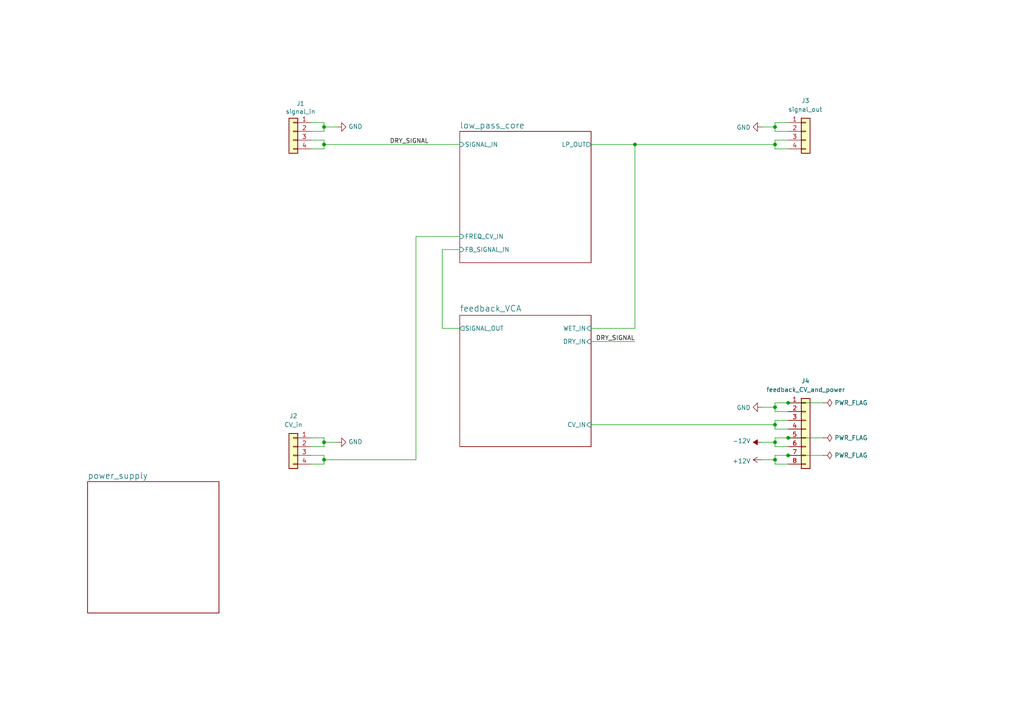
<source format=kicad_sch>
(kicad_sch (version 20211123) (generator eeschema)
  (paper "A4")
  (title_block (title "minimoog LPF") (date "2022-07-19") (rev "0.1") (comment 1 "creativecommons.org/licenses/by/4.0/") (comment 2 "License: CC by 4.0") (comment 3 "Author: Jordan Aceto"))
  (lib_symbols
    (symbol "Connector_Generic:Conn_01x04" (pin_names (offset 1.016) hide)
      (property "Reference" "J" (at 0 5.08 0))
      (property "Value" "Conn_01x04" (at 0 -7.62 0))
      (symbol "Conn_01x04_1_1"
        (rectangle (start -1.27 -4.953) (end 0 -5.207) (stroke (width 0.1524)))
        (rectangle (start -1.27 -2.413) (end 0 -2.667) (stroke (width 0.1524)))
        (rectangle (start -1.27 0.127) (end 0 -0.127) (stroke (width 0.1524)))
        (rectangle (start -1.27 2.667) (end 0 2.413) (stroke (width 0.1524)))
        (rectangle (start -1.27 3.81) (end 1.27 -6.35) (stroke (width 0.254)) (fill (type background)))
        (pin passive line (at -5.08 2.54 0) (length 3.81) (name "Pin_1") (number "1"))
        (pin passive line (at -5.08 0 0) (length 3.81) (name "Pin_2") (number "2"))
        (pin passive line (at -5.08 -2.54 0) (length 3.81) (name "Pin_3") (number "3"))
        (pin passive line (at -5.08 -5.08 0) (length 3.81) (name "Pin_4") (number "4"))
      )
    )
    (symbol "Connector_Generic:Conn_01x08" (pin_names (offset 1.016) hide)
      (property "Reference" "J" (at 0 10.16 0))
      (property "Value" "Conn_01x08" (at 0 -12.7 0))
      (symbol "Conn_01x08_1_1"
        (rectangle (start -1.27 -10.033) (end 0 -10.287) (stroke (width 0.1524)))
        (rectangle (start -1.27 -7.493) (end 0 -7.747) (stroke (width 0.1524)))
        (rectangle (start -1.27 -4.953) (end 0 -5.207) (stroke (width 0.1524)))
        (rectangle (start -1.27 -2.413) (end 0 -2.667) (stroke (width 0.1524)))
        (rectangle (start -1.27 0.127) (end 0 -0.127) (stroke (width 0.1524)))
        (rectangle (start -1.27 2.667) (end 0 2.413) (stroke (width 0.1524)))
        (rectangle (start -1.27 5.207) (end 0 4.953) (stroke (width 0.1524)))
        (rectangle (start -1.27 7.747) (end 0 7.493) (stroke (width 0.1524)))
        (rectangle (start -1.27 8.89) (end 1.27 -11.43) (stroke (width 0.254)) (fill (type background)))
        (pin passive line (at -5.08 7.62 0) (length 3.81) (name "Pin_1") (number "1"))
        (pin passive line (at -5.08 5.08 0) (length 3.81) (name "Pin_2") (number "2"))
        (pin passive line (at -5.08 2.54 0) (length 3.81) (name "Pin_3") (number "3"))
        (pin passive line (at -5.08 0 0) (length 3.81) (name "Pin_4") (number "4"))
        (pin passive line (at -5.08 -2.54 0) (length 3.81) (name "Pin_5") (number "5"))
        (pin passive line (at -5.08 -5.08 0) (length 3.81) (name "Pin_6") (number "6"))
        (pin passive line (at -5.08 -7.62 0) (length 3.81) (name "Pin_7") (number "7"))
        (pin passive line (at -5.08 -10.16 0) (length 3.81) (name "Pin_8") (number "8"))
      )
    )
    (symbol "power:+12V" (power) (pin_names (offset 0))
      (property "Value" "+12V" (at 0 3.556 0))
      (symbol "+12V_0_1"
        (polyline (pts (xy -0.762 1.27) (xy 0 2.54)))
        (polyline (pts (xy 0 0) (xy 0 2.54)))
        (polyline (pts (xy 0 2.54) (xy 0.762 1.27)))
      )
      (symbol "+12V_1_1"
        (pin power_in line (at 0 0 90) (length 0) hide (name "+12V") (number "1"))
      )
    )
    (symbol "power:-12V" (power) (pin_names (offset 0))
      (property "Value" "-12V" (at 0 3.81 0))
      (symbol "-12V_0_0"
        (pin power_in line (at 0 0 90) (length 0) hide (name "-12V") (number "1"))
      )
      (symbol "-12V_0_1"
        (polyline (pts (xy 0 0) (xy 0 1.27) (xy 0.762 1.27) (xy 0 2.54) (xy -0.762 1.27) (xy 0 1.27)) (fill (type outline)))
      )
    )
    (symbol "power:GND" (power) (pin_names (offset 0))
      (property "Value" "GND" (at 0 -3.81 0))
      (symbol "GND_0_1"
        (polyline (pts (xy 0 0) (xy 0 -1.27) (xy 1.27 -1.27) (xy 0 -2.54) (xy -1.27 -1.27) (xy 0 -1.27)))
      )
      (symbol "GND_1_1"
        (pin power_in line (at 0 0 270) (length 0) hide (name "GND") (number "1"))
      )
    )
    (symbol "power:PWR_FLAG" (power) (pin_numbers hide) (pin_names (offset 0) hide)
      (property "Value" "PWR_FLAG" (at 0 3.81 0))
      (symbol "PWR_FLAG_0_0"
        (pin power_out line (at 0 0 90) (length 0) (name "pwr") (number "1"))
      )
      (symbol "PWR_FLAG_0_1"
        (polyline (pts (xy 0 0) (xy 0 1.27) (xy -1.016 1.905) (xy 0 2.54) (xy 1.016 1.905) (xy 0 1.27)))
      )
    )
  )
  (junction (at 184.15 41.91))
  (junction (at 228.6 127))
  (junction (at 224.79 123.19))
  (junction (at 93.98 41.91))
  (junction (at 224.79 133.35))
  (junction (at 93.98 128.27))
  (junction (at 93.98 36.83))
  (junction (at 224.79 128.27))
  (junction (at 93.98 133.35))
  (junction (at 228.6 132.08))
  (junction (at 224.79 41.91))
  (junction (at 224.79 36.83))
  (junction (at 224.79 118.11))
  (junction (at 228.6 116.84))
  (wire (pts (xy 93.98 129.54) (xy 90.17 129.54)))
  (wire (pts (xy 220.98 36.83) (xy 224.79 36.83)))
  (wire (pts (xy 128.27 72.39) (xy 133.35 72.39)))
  (wire (pts (xy 228.6 40.64) (xy 224.79 40.64)))
  (wire (pts (xy 224.79 133.35) (xy 224.79 132.08)))
  (wire (pts (xy 171.45 41.91) (xy 184.15 41.91)))
  (wire (pts (xy 133.35 68.58) (xy 120.65 68.58)))
  (wire (pts (xy 228.6 129.54) (xy 224.79 129.54)))
  (wire (pts (xy 93.98 38.1) (xy 90.17 38.1)))
  (wire (pts (xy 224.79 132.08) (xy 228.6 132.08)))
  (wire (pts (xy 133.35 95.25) (xy 128.27 95.25)))
  (wire (pts (xy 90.17 127) (xy 93.98 127)))
  (wire (pts (xy 120.65 68.58) (xy 120.65 133.35)))
  (wire (pts (xy 224.79 43.18) (xy 228.6 43.18)))
  (wire (pts (xy 224.79 128.27) (xy 224.79 127)))
  (wire (pts (xy 93.98 41.91) (xy 93.98 43.18)))
  (wire (pts (xy 171.45 95.25) (xy 184.15 95.25)))
  (wire (pts (xy 224.79 129.54) (xy 224.79 128.27)))
  (wire (pts (xy 171.45 123.19) (xy 224.79 123.19)))
  (wire (pts (xy 97.79 36.83) (xy 93.98 36.83)))
  (wire (pts (xy 128.27 95.25) (xy 128.27 72.39)))
  (wire (pts (xy 93.98 43.18) (xy 90.17 43.18)))
  (wire (pts (xy 93.98 133.35) (xy 120.65 133.35)))
  (wire (pts (xy 228.6 134.62) (xy 224.79 134.62)))
  (wire (pts (xy 238.76 116.84) (xy 228.6 116.84)))
  (wire (pts (xy 228.6 124.46) (xy 224.79 124.46)))
  (wire (pts (xy 171.45 99.06) (xy 184.15 99.06)))
  (wire (pts (xy 238.76 127) (xy 228.6 127)))
  (wire (pts (xy 93.98 133.35) (xy 93.98 134.62)))
  (wire (pts (xy 228.6 38.1) (xy 224.79 38.1)))
  (wire (pts (xy 93.98 41.91) (xy 133.35 41.91)))
  (wire (pts (xy 184.15 95.25) (xy 184.15 41.91)))
  (wire (pts (xy 224.79 127) (xy 228.6 127)))
  (wire (pts (xy 224.79 41.91) (xy 224.79 43.18)))
  (wire (pts (xy 224.79 38.1) (xy 224.79 36.83)))
  (wire (pts (xy 93.98 35.56) (xy 93.98 36.83)))
  (wire (pts (xy 93.98 134.62) (xy 90.17 134.62)))
  (wire (pts (xy 90.17 132.08) (xy 93.98 132.08)))
  (wire (pts (xy 238.76 132.08) (xy 228.6 132.08)))
  (wire (pts (xy 228.6 119.38) (xy 224.79 119.38)))
  (wire (pts (xy 220.98 128.27) (xy 224.79 128.27)))
  (wire (pts (xy 90.17 35.56) (xy 93.98 35.56)))
  (wire (pts (xy 93.98 40.64) (xy 93.98 41.91)))
  (wire (pts (xy 224.79 36.83) (xy 224.79 35.56)))
  (wire (pts (xy 224.79 121.92) (xy 224.79 123.19)))
  (wire (pts (xy 220.98 133.35) (xy 224.79 133.35)))
  (wire (pts (xy 220.98 118.11) (xy 224.79 118.11)))
  (wire (pts (xy 93.98 36.83) (xy 93.98 38.1)))
  (wire (pts (xy 93.98 128.27) (xy 93.98 129.54)))
  (wire (pts (xy 224.79 40.64) (xy 224.79 41.91)))
  (wire (pts (xy 97.79 128.27) (xy 93.98 128.27)))
  (wire (pts (xy 224.79 121.92) (xy 228.6 121.92)))
  (wire (pts (xy 224.79 35.56) (xy 228.6 35.56)))
  (wire (pts (xy 224.79 119.38) (xy 224.79 118.11)))
  (wire (pts (xy 224.79 134.62) (xy 224.79 133.35)))
  (wire (pts (xy 224.79 116.84) (xy 228.6 116.84)))
  (wire (pts (xy 90.17 40.64) (xy 93.98 40.64)))
  (wire (pts (xy 224.79 123.19) (xy 224.79 124.46)))
  (wire (pts (xy 224.79 118.11) (xy 224.79 116.84)))
  (wire (pts (xy 93.98 127) (xy 93.98 128.27)))
  (wire (pts (xy 184.15 41.91) (xy 224.79 41.91)))
  (wire (pts (xy 93.98 132.08) (xy 93.98 133.35)))
  (label "DRY_SIGNAL" (at 184.15 99.06 180))
  (label "DRY_SIGNAL" (at 113.03 41.91 0))
  (symbol (lib_id "Connector_Generic:Conn_01x04") (at 85.09 38.1 0) (mirror y) (unit 1)
    (property "Reference" "J1" (at 87.1728 30.0482 0))
    (property "Value" "signal_in" (at 87.1728 32.3596 0))
    (property "Footprint" "Connector_PinHeader_2.54mm:PinHeader_1x04_P2.54mm_Vertical" (effects hide))
  )
  (symbol (lib_id "power:GND") (at 97.79 36.83 90) (unit 1)
    (property "Reference" "#PWR0101" (effects hide))
    (property "Value" "GND" (at 101.0412 36.703 90) (effects (justify right)))
  )
  (symbol (lib_id "Connector_Generic:Conn_01x04") (at 85.09 129.54 0) (mirror y) (unit 1)
    (property "Reference" "J2" (at 85.09 120.65 0))
    (property "Value" "CV_in" (at 85.09 123.19 0))
    (property "Footprint" "Connector_PinHeader_2.54mm:PinHeader_1x04_P2.54mm_Vertical" (effects hide))
  )
  (symbol (lib_id "power:GND") (at 97.79 128.27 90) (unit 1)
    (property "Reference" "#PWR0102" (effects hide))
    (property "Value" "GND" (at 101.0412 128.143 90) (effects (justify right)))
  )
  (symbol (lib_id "Connector_Generic:Conn_01x04") (at 233.68 38.1 0) (unit 1)
    (property "Reference" "J3" (at 232.41 29.21 0) (effects (justify left)))
    (property "Value" "signal_out" (at 228.6 31.75 0) (effects (justify left)))
    (property "Footprint" "Connector_PinHeader_2.54mm:PinHeader_1x04_P2.54mm_Vertical" (effects hide))
  )
  (symbol (lib_id "power:GND") (at 220.98 36.83 270) (unit 1)
    (property "Reference" "#PWR0103" (effects hide))
    (property "Value" "GND" (at 217.7288 36.957 90) (effects (justify right)))
  )
  (symbol (lib_id "Connector_Generic:Conn_01x08") (at 233.68 124.46 0) (unit 1)
    (property "Reference" "J4" (at 232.41 110.49 0) (effects (justify left)))
    (property "Value" "feedback_CV_and_power" (at 222.25 113.03 0) (effects (justify left)))
    (property "Footprint" "Connector_PinHeader_2.54mm:PinHeader_1x08_P2.54mm_Vertical" (effects hide))
  )
  (symbol (lib_id "power:GND") (at 220.98 118.11 270) (unit 1)
    (property "Reference" "#PWR0104" (effects hide))
    (property "Value" "GND" (at 217.7288 118.237 90) (effects (justify right)))
  )
  (symbol (lib_id "power:+12V") (at 220.98 133.35 90) (mirror x) (unit 1)
    (property "Reference" "#PWR0105" (effects hide))
    (property "Value" "+12V" (at 217.7288 133.731 90) (effects (justify left)))
  )
  (symbol (lib_id "power:-12V") (at 220.98 128.27 90) (unit 1)
    (property "Reference" "#PWR0106" (effects hide))
    (property "Value" "-12V" (at 217.7288 127.889 90) (effects (justify left)))
  )
  (symbol (lib_id "power:PWR_FLAG") (at 238.76 116.84 270) (unit 1)
    (property "Reference" "#FLG0101" (effects hide))
    (property "Value" "PWR_FLAG" (at 242.0112 116.84 90) (effects (justify left)))
  )
  (symbol (lib_id "power:PWR_FLAG") (at 238.76 127 270) (unit 1)
    (property "Reference" "#FLG0102" (effects hide))
    (property "Value" "PWR_FLAG" (at 242.0112 127 90) (effects (justify left)))
  )
  (symbol (lib_id "power:PWR_FLAG") (at 238.76 132.08 270) (unit 1)
    (property "Reference" "#FLG0103" (effects hide))
    (property "Value" "PWR_FLAG" (at 242.0112 132.08 90) (effects (justify left)))
  )
  (sheet (at 133.35 38.1) (size 38.1 38.1)
    (property "Sheet name" "low_pass_core" (at 133.35 37.3884 0) (effects (font (size 1.75 1.75)) (justify left bottom)))
    (property "Sheet file" "low_pass_core.kicad_sch" (effects hide))
    (pin "LP_OUT" output (at 171.45 41.91 0))
    (pin "SIGNAL_IN" input (at 133.35 41.91 180))
    (pin "FREQ_CV_IN" input (at 133.35 68.58 180))
    (pin "FB_SIGNAL_IN" input (at 133.35 72.39 180))
  )
  (sheet (at 25.4 139.7) (size 38.1 38.1)
    (property "Sheet name" "power_supply" (at 25.4 138.9884 0) (effects (font (size 1.75 1.75)) (justify left bottom)))
    (property "Sheet file" "power_supply.kicad_sch" (effects hide))
  )
  (sheet (at 133.35 91.44) (size 38.1 38.1) (stroke (width 0.1524))
    (property "Sheet name" "feedback_VCA" (at 133.35 90.4884 0) (effects (font (size 1.75 1.75)) (justify left bottom)))
    (property "Sheet file" "feedback_VCA.kicad_sch" (effects hide))
    (pin "SIGNAL_OUT" output (at 133.35 95.25 180))
    (pin "WET_IN" input (at 171.45 95.25 0))
    (pin "DRY_IN" input (at 171.45 99.06 0))
    (pin "CV_IN" input (at 171.45 123.19 0))
  )
)
</source>
